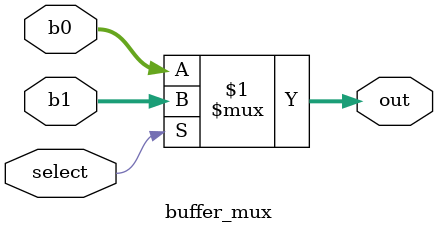
<source format=v>
module buffer_mux(
	input wire[7:0] b0,
	input wire[7:0] b1,
	input wire select,
 	output wire[7:0] out
);

assign out = select ? b1 : b0;

endmodule
</source>
